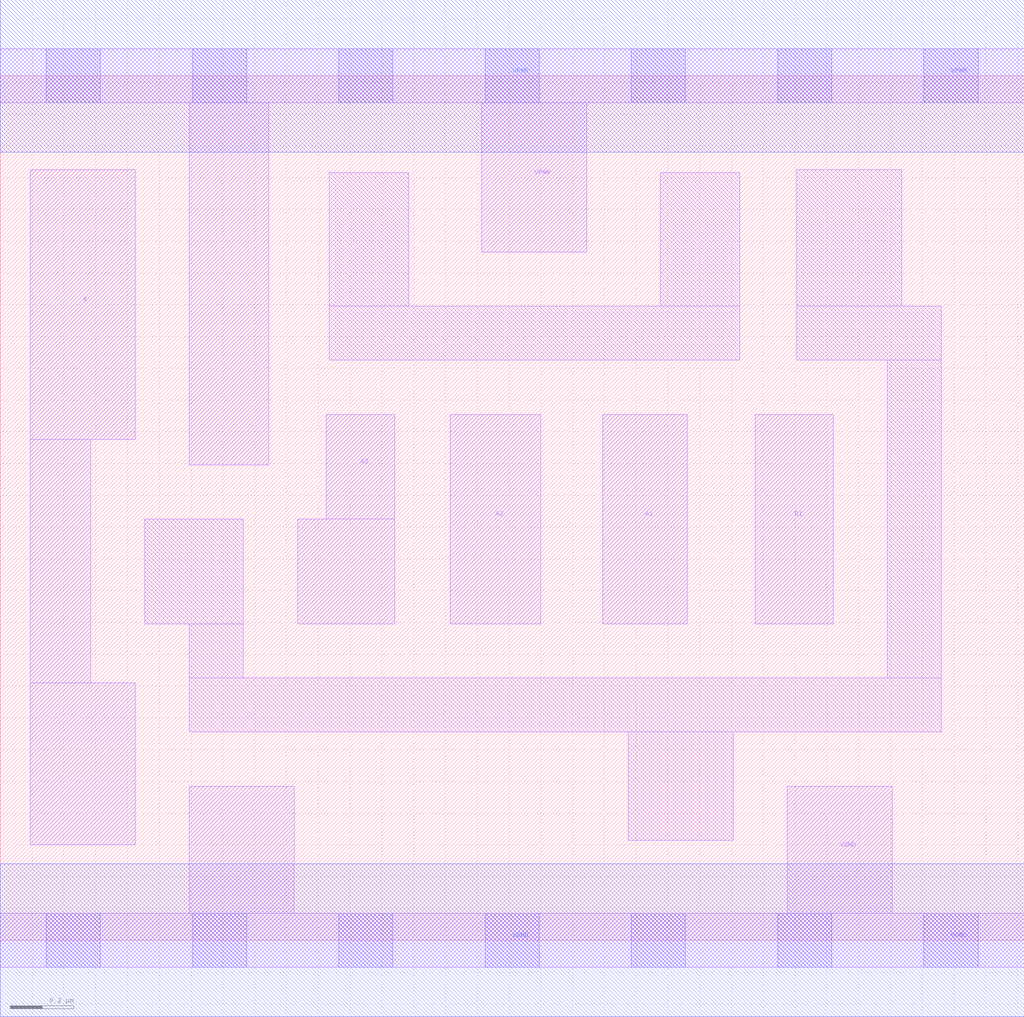
<source format=lef>
# Copyright 2020 The SkyWater PDK Authors
#
# Licensed under the Apache License, Version 2.0 (the "License");
# you may not use this file except in compliance with the License.
# You may obtain a copy of the License at
#
#     https://www.apache.org/licenses/LICENSE-2.0
#
# Unless required by applicable law or agreed to in writing, software
# distributed under the License is distributed on an "AS IS" BASIS,
# WITHOUT WARRANTIES OR CONDITIONS OF ANY KIND, either express or implied.
# See the License for the specific language governing permissions and
# limitations under the License.
#
# SPDX-License-Identifier: Apache-2.0

VERSION 5.7 ;
  NAMESCASESENSITIVE ON ;
  NOWIREEXTENSIONATPIN ON ;
  DIVIDERCHAR "/" ;
  BUSBITCHARS "[]" ;
UNITS
  DATABASE MICRONS 200 ;
END UNITS
MACRO sky130_fd_sc_hd__a31o_1
  CLASS CORE ;
  SOURCE USER ;
  FOREIGN sky130_fd_sc_hd__a31o_1 ;
  ORIGIN  0.000000  0.000000 ;
  SIZE  3.220000 BY  2.720000 ;
  SYMMETRY X Y R90 ;
  SITE unithd ;
  PIN A1
    ANTENNAGATEAREA  0.247500 ;
    DIRECTION INPUT ;
    USE SIGNAL ;
    PORT
      LAYER li1 ;
        RECT 1.895000 0.995000 2.160000 1.655000 ;
    END
  END A1
  PIN A2
    ANTENNAGATEAREA  0.247500 ;
    DIRECTION INPUT ;
    USE SIGNAL ;
    PORT
      LAYER li1 ;
        RECT 1.415000 0.995000 1.700000 1.655000 ;
    END
  END A2
  PIN A3
    ANTENNAGATEAREA  0.247500 ;
    DIRECTION INPUT ;
    USE SIGNAL ;
    PORT
      LAYER li1 ;
        RECT 0.935000 0.995000 1.240000 1.325000 ;
        RECT 1.025000 1.325000 1.240000 1.655000 ;
    END
  END A3
  PIN B1
    ANTENNAGATEAREA  0.247500 ;
    DIRECTION INPUT ;
    USE SIGNAL ;
    PORT
      LAYER li1 ;
        RECT 2.375000 0.995000 2.620000 1.655000 ;
    END
  END B1
  PIN X
    ANTENNADIFFAREA  0.437250 ;
    DIRECTION OUTPUT ;
    USE SIGNAL ;
    PORT
      LAYER li1 ;
        RECT 0.095000 0.300000 0.425000 0.810000 ;
        RECT 0.095000 0.810000 0.285000 1.575000 ;
        RECT 0.095000 1.575000 0.425000 2.425000 ;
    END
  END X
  PIN VGND
    DIRECTION INOUT ;
    SHAPE ABUTMENT ;
    USE GROUND ;
    PORT
      LAYER li1 ;
        RECT 0.000000 -0.085000 3.220000 0.085000 ;
        RECT 0.595000  0.085000 0.925000 0.485000 ;
        RECT 2.475000  0.085000 2.805000 0.485000 ;
      LAYER mcon ;
        RECT 0.145000 -0.085000 0.315000 0.085000 ;
        RECT 0.605000 -0.085000 0.775000 0.085000 ;
        RECT 1.065000 -0.085000 1.235000 0.085000 ;
        RECT 1.525000 -0.085000 1.695000 0.085000 ;
        RECT 1.985000 -0.085000 2.155000 0.085000 ;
        RECT 2.445000 -0.085000 2.615000 0.085000 ;
        RECT 2.905000 -0.085000 3.075000 0.085000 ;
      LAYER met1 ;
        RECT 0.000000 -0.240000 3.220000 0.240000 ;
    END
  END VGND
  PIN VPWR
    DIRECTION INOUT ;
    SHAPE ABUTMENT ;
    USE POWER ;
    PORT
      LAYER li1 ;
        RECT 0.000000 2.635000 3.220000 2.805000 ;
        RECT 0.595000 1.495000 0.845000 2.635000 ;
        RECT 1.515000 2.165000 1.845000 2.635000 ;
      LAYER mcon ;
        RECT 0.145000 2.635000 0.315000 2.805000 ;
        RECT 0.605000 2.635000 0.775000 2.805000 ;
        RECT 1.065000 2.635000 1.235000 2.805000 ;
        RECT 1.525000 2.635000 1.695000 2.805000 ;
        RECT 1.985000 2.635000 2.155000 2.805000 ;
        RECT 2.445000 2.635000 2.615000 2.805000 ;
        RECT 2.905000 2.635000 3.075000 2.805000 ;
      LAYER met1 ;
        RECT 0.000000 2.480000 3.220000 2.960000 ;
    END
  END VPWR
  OBS
    LAYER li1 ;
      RECT 0.455000 0.995000 0.765000 1.325000 ;
      RECT 0.595000 0.655000 2.960000 0.825000 ;
      RECT 0.595000 0.825000 0.765000 0.995000 ;
      RECT 1.035000 1.825000 2.325000 1.995000 ;
      RECT 1.035000 1.995000 1.285000 2.415000 ;
      RECT 1.975000 0.315000 2.305000 0.655000 ;
      RECT 2.075000 1.995000 2.325000 2.415000 ;
      RECT 2.505000 1.825000 2.960000 1.995000 ;
      RECT 2.505000 1.995000 2.835000 2.425000 ;
      RECT 2.790000 0.825000 2.960000 1.825000 ;
  END
END sky130_fd_sc_hd__a31o_1
END LIBRARY

</source>
